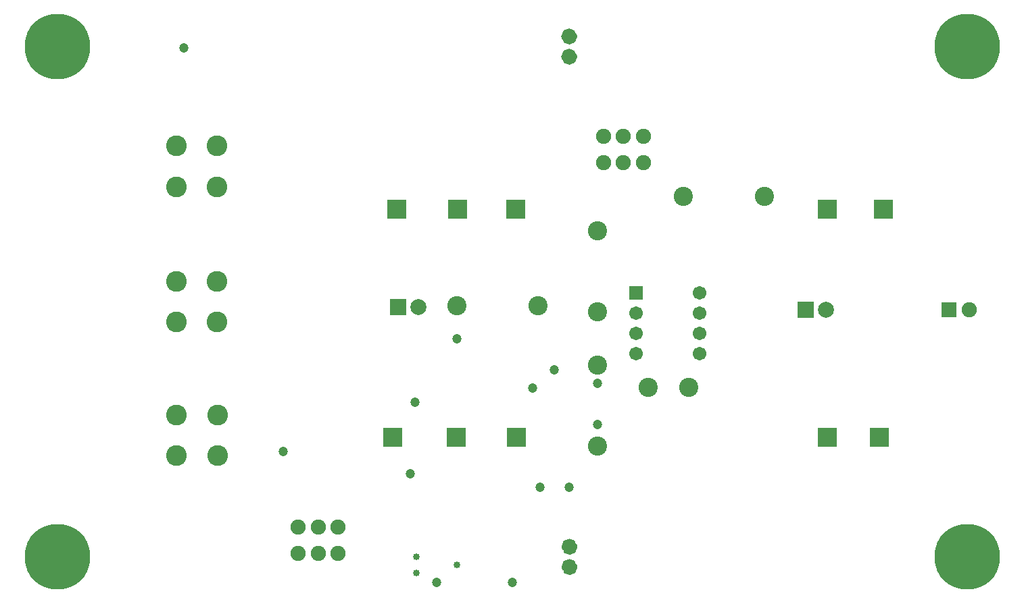
<source format=gbr>
G04*
G04 #@! TF.GenerationSoftware,Altium Limited,Altium Designer,24.1.2 (44)*
G04*
G04 Layer_Color=8757620*
%FSLAX44Y44*%
%MOMM*%
G71*
G04*
G04 #@! TF.SameCoordinates,B0756098-272B-4952-AD8A-B75AB5E4C8A6*
G04*
G04*
G04 #@! TF.FilePolarity,Negative*
G04*
G01*
G75*
%ADD18C,1.0000*%
%ADD19C,2.0032*%
%ADD20R,2.0032X2.0032*%
%ADD21C,1.9032*%
%ADD22R,1.7032X1.7032*%
%ADD23C,1.7032*%
%ADD24C,2.6032*%
%ADD25C,8.2032*%
%ADD26R,1.9032X1.9032*%
%ADD27C,2.4028*%
%ADD28C,0.8500*%
%ADD29R,2.4032X2.4032*%
%ADD30R,2.4032X2.4032*%
%ADD31C,2.4032*%
%ADD32C,1.2032*%
D18*
X726660Y67300D02*
G03*
X726660Y67300I-5000J0D01*
G01*
Y92700D02*
G03*
X726660Y92700I-5000J0D01*
G01*
X726340Y707550D02*
G03*
X726340Y707550I-5000J0D01*
G01*
Y732950D02*
G03*
X726340Y732950I-5000J0D01*
G01*
D19*
X532450Y393750D02*
D03*
X1042700Y390000D02*
D03*
D20*
X507050Y393750D02*
D03*
X1017300Y390000D02*
D03*
D21*
X789250Y574250D02*
D03*
X764250D02*
D03*
Y607250D02*
D03*
X789250D02*
D03*
X814250D02*
D03*
Y574250D02*
D03*
X407000Y84250D02*
D03*
X382000D02*
D03*
Y117250D02*
D03*
X407000D02*
D03*
X432000D02*
D03*
Y84250D02*
D03*
X1222700Y390000D02*
D03*
D22*
X805550Y410850D02*
D03*
D23*
Y385450D02*
D03*
Y360050D02*
D03*
Y334650D02*
D03*
X884950D02*
D03*
Y360050D02*
D03*
Y385450D02*
D03*
Y410850D02*
D03*
D24*
X280750Y207250D02*
D03*
X229750D02*
D03*
X280750Y258250D02*
D03*
X229750D02*
D03*
X229500Y595500D02*
D03*
X280500D02*
D03*
X229500Y544500D02*
D03*
X280500D02*
D03*
X229500Y425500D02*
D03*
X280500D02*
D03*
X229500Y374500D02*
D03*
X280500D02*
D03*
D25*
X1220000Y720000D02*
D03*
X80000D02*
D03*
Y80000D02*
D03*
X1220000D02*
D03*
D26*
X1197300Y390000D02*
D03*
D27*
X757000Y219200D02*
D03*
Y320800D02*
D03*
X580950Y394750D02*
D03*
X682550D02*
D03*
X756750Y489550D02*
D03*
Y387950D02*
D03*
X864200Y532500D02*
D03*
X965800D02*
D03*
D28*
X529600Y59840D02*
D03*
Y80160D02*
D03*
X580400Y70000D02*
D03*
D29*
X654745Y516249D02*
D03*
X581750Y516250D02*
D03*
X505745Y516249D02*
D03*
X655000Y230000D02*
D03*
X580000D02*
D03*
X500000D02*
D03*
X1115000Y516250D02*
D03*
X1045000D02*
D03*
Y230000D02*
D03*
D30*
X1110000D02*
D03*
D31*
X820600Y292500D02*
D03*
X871400D02*
D03*
D32*
X581000Y353250D02*
D03*
X650500Y48000D02*
D03*
X756750Y297750D02*
D03*
X555250Y48250D02*
D03*
X238500Y718250D02*
D03*
X757250Y246250D02*
D03*
X675750Y291750D02*
D03*
X702500Y315000D02*
D03*
X721500Y167500D02*
D03*
X685000Y167500D02*
D03*
X363500Y212250D02*
D03*
X522500Y184750D02*
D03*
X528000Y274000D02*
D03*
M02*

</source>
